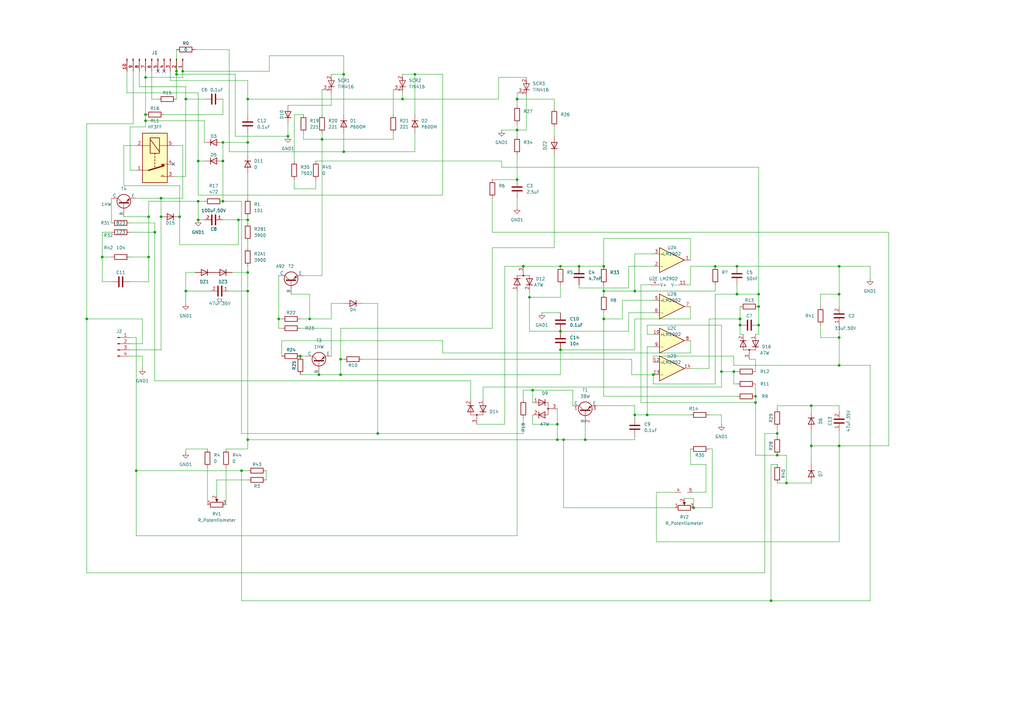
<source format=kicad_sch>
(kicad_sch (version 20230121) (generator eeschema)
  (paper "A3")
  (title_block (title "Плата подачи проволоки") (date "2023") (rev "001") (comment 1 "2023 Rus, Tver, v1.0") (comment 2 "Власиков Ю."))
  (lib_symbols
    (symbol "Amplifier_Operational:LM2902" (pin_names (offset 0.127))
      (property "Reference" "U" (at 0 5.08 0))
      (property "Value" "LM2902" (at 0 -5.08 0))
      (symbol "LM2902_1_1"
        (pin output line (at 7.62 0 180) (length 2.54) (name "~") (number "1"))
        (pin input line (at -7.62 -2.54 0) (length 2.54) (name "-") (number "2"))
        (pin input line (at -7.62 2.54 0) (length 2.54) (name "+") (number "3"))
      )
      (symbol "LM2902_2_1"
        (pin input line (at -7.62 2.54 0) (length 2.54) (name "+") (number "5"))
        (pin input line (at -7.62 -2.54 0) (length 2.54) (name "-") (number "6"))
        (pin output line (at 7.62 0 180) (length 2.54) (name "~") (number "7"))
      )
      (symbol "LM2902_3_1"
        (pin input line (at -7.62 2.54 0) (length 2.54) (name "+") (number "10"))
        (pin output line (at 7.62 0 180) (length 2.54) (name "~") (number "8"))
        (pin input line (at -7.62 -2.54 0) (length 2.54) (name "-") (number "9"))
      )
      (symbol "LM2902_4_1"
        (pin input line (at -7.62 2.54 0) (length 2.54) (name "+") (number "12"))
        (pin input line (at -7.62 -2.54 0) (length 2.54) (name "-") (number "13"))
        (pin output line (at 7.62 0 180) (length 2.54) (name "~") (number "14"))
      )
      (symbol "LM2902_5_1"
        (pin power_in line (at -2.54 -7.62 90) (length 3.81) (name "V-") (number "11"))
        (pin power_in line (at -2.54 7.62 270) (length 3.81) (name "V+") (number "4"))
      )
    )
    (symbol "C_1" (pin_names (offset 0.254))
      (property "Reference" "C" (at 0.635 2.54 0))
      (property "Value" "C" (at 0.635 -2.54 0))
      (symbol "C_1_1_1"
        (pin passive line (at 0 3.81 270) (length 2.794) (name "~") (number "1"))
        (pin passive line (at 0 -3.81 90) (length 2.794) (name "~") (number "2"))
      )
    )
    (symbol "C_2" (pin_names (offset 0.254))
      (property "Reference" "C" (at 0.635 2.54 0))
      (property "Value" "C" (at 0.635 -2.54 0))
      (symbol "C_2_1_1"
        (pin passive line (at 0 3.81 270) (length 2.794) (name "~") (number "1"))
        (pin passive line (at 0 -3.81 90) (length 2.794) (name "~") (number "2"))
      )
    )
    (symbol "C_3" (pin_names (offset 0.254))
      (property "Reference" "C" (at 0.635 2.54 0))
      (property "Value" "C" (at 0.635 -2.54 0))
      (symbol "C_3_1_1"
        (pin passive line (at 0 3.81 270) (length 2.794) (name "~") (number "1"))
        (pin passive line (at 0 -3.81 90) (length 2.794) (name "~") (number "2"))
      )
    )
    (symbol "C_4" (pin_numbers hide) (pin_names (offset 0.254) hide)
      (property "Reference" "C" (at 0.635 2.54 0))
      (property "Value" "C" (at 0.635 -2.54 0))
      (symbol "C_4_1_1"
        (pin passive line (at 0 3.81 270) (length 2.794) (name "~") (number "1"))
        (pin passive line (at 0 -3.81 90) (length 2.794) (name "~") (number "2"))
      )
    )
    (symbol "C_5" (pin_names (offset 0.254))
      (property "Reference" "C" (at 0.635 2.54 0))
      (property "Value" "C" (at 0.635 -2.54 0))
      (symbol "C_5_1_1"
        (pin passive line (at 0 3.81 270) (length 2.794) (name "~") (number "1"))
        (pin passive line (at 0 -3.81 90) (length 2.794) (name "~") (number "2"))
      )
    )
    (symbol "Connector:Conn_01x04_Pin" (pin_names (offset 1.016) hide)
      (property "Reference" "J" (at 0 5.08 0))
      (property "Value" "Conn_01x04_Pin" (at 0 -7.62 0))
      (symbol "Conn_01x04_Pin_1_1"
        (pin passive line (at 5.08 2.54 180) (length 3.81) (name "Pin_1") (number "1"))
        (pin passive line (at 5.08 0 180) (length 3.81) (name "Pin_2") (number "2"))
        (pin passive line (at 5.08 -2.54 180) (length 3.81) (name "Pin_3") (number "3"))
        (pin passive line (at 5.08 -5.08 180) (length 3.81) (name "Pin_4") (number "4"))
      )
    )
    (symbol "Connector:Conn_01x10_Pin" (pin_names (offset 1.016) hide)
      (property "Reference" "J" (at 0 12.7 0))
      (property "Value" "Conn_01x10_Pin" (at 0 -15.24 0))
      (symbol "Conn_01x10_Pin_1_1"
        (pin passive line (at 5.08 10.16 180) (length 3.81) (name "Pin_1") (number "1"))
        (pin passive line (at 5.08 -12.7 180) (length 3.81) (name "Pin_10") (number "10"))
        (pin passive line (at 5.08 7.62 180) (length 3.81) (name "Pin_2") (number "2"))
        (pin passive line (at 5.08 5.08 180) (length 3.81) (name "Pin_3") (number "3"))
        (pin passive line (at 5.08 2.54 180) (length 3.81) (name "Pin_4") (number "4"))
        (pin passive line (at 5.08 0 180) (length 3.81) (name "Pin_5") (number "5"))
        (pin passive line (at 5.08 -2.54 180) (length 3.81) (name "Pin_6") (number "6"))
        (pin passive line (at 5.08 -5.08 180) (length 3.81) (name "Pin_7") (number "7"))
        (pin passive line (at 5.08 -7.62 180) (length 3.81) (name "Pin_8") (number "8"))
        (pin passive line (at 5.08 -10.16 180) (length 3.81) (name "Pin_9") (number "9"))
      )
    )
    (symbol "D_Dual_Series_ACK_Parallel_2" (pin_names (offset 0.762) hide)
      (property "Reference" "D9" (at 0.0635 -6.35 0))
      (symbol "D_Dual_Series_ACK_Parallel_2_0_1"
        (pin passive line (at 5.08 -2.54 180) (length 2.54) (name "K") (number "1"))
      )
      (symbol "D_Dual_Series_ACK_Parallel_2_1_1"
        (pin passive line (at 5.08 2.54 180) (length 2.54) (name "K") (number "2"))
        (pin passive line (at -5.08 0 0) (length 2.54) (name "A") (number "3"))
      )
    )
    (symbol "D_Dual_Series_ACK_Parallel_3" (pin_names (offset 0.762) hide)
      (property "Reference" "D12" (at 0.0635 5.08 90))
      (symbol "D_Dual_Series_ACK_Parallel_3_0_1"
        (pin passive line (at 5.08 -2.54 180) (length 2.54) (name "K") (number "1"))
      )
      (symbol "D_Dual_Series_ACK_Parallel_3_1_1"
        (pin passive line (at 5.08 2.54 180) (length 2.54) (name "K") (number "2"))
        (pin passive line (at -5.08 0 0) (length 2.54) (name "A") (number "3"))
      )
    )
    (symbol "Device:C" (pin_numbers hide) (pin_names (offset 0.254))
      (property "Reference" "C" (at 0.635 2.54 0))
      (property "Value" "C" (at 0.635 -2.54 0))
      (symbol "C_1_1"
        (pin passive line (at 0 3.81 270) (length 2.794) (name "~") (number "1"))
        (pin passive line (at 0 -3.81 90) (length 2.794) (name "~") (number "2"))
      )
    )
    (symbol "Device:D" (pin_numbers hide) (pin_names (offset 1.016) hide)
      (property "Reference" "D" (at 0 2.54 0))
      (property "Value" "D" (at 0 -2.54 0))
      (symbol "D_1_1"
        (pin passive line (at -3.81 0 0) (length 2.54) (name "K") (number "1"))
        (pin passive line (at 3.81 0 180) (length 2.54) (name "A") (number "2"))
      )
    )
    (symbol "Device:D_Dual_Series_ACK_Parallel" (pin_names (offset 0.762) hide)
      (property "Reference" "D16" (at 0.0635 -5.08 90))
      (symbol "D_Dual_Series_ACK_Parallel_0_1"
        (pin passive line (at 5.08 -2.54 180) (length 2.54) (name "K") (number "1"))
      )
      (symbol "D_Dual_Series_ACK_Parallel_1_1"
        (pin passive line (at 5.08 2.54 180) (length 2.54) (name "K") (number "2"))
        (pin passive line (at -5.08 0 0) (length 2.54) (name "A") (number "3"))
      )
    )
    (symbol "Device:R" (pin_numbers hide) (pin_names (offset 0))
      (property "Reference" "R" (at 2.032 0 90))
      (property "Value" "R" (at 0 0 90))
      (symbol "R_1_1"
        (pin passive line (at 0 3.81 270) (length 1.27) (name "~") (number "1"))
        (pin passive line (at 0 -3.81 90) (length 1.27) (name "~") (number "2"))
      )
    )
    (symbol "Device:R_Potentiometer" (pin_names (offset 1.016) hide)
      (property "Reference" "RV" (at -4.445 0 90))
      (property "Value" "R_Potentiometer" (at -2.54 0 90))
      (symbol "R_Potentiometer_1_1"
        (pin passive line (at 0 3.81 270) (length 1.27) (name "1") (number "1"))
        (pin passive line (at 3.81 0 180) (length 1.27) (name "2") (number "2"))
        (pin passive line (at 0 -3.81 90) (length 1.27) (name "3") (number "3"))
      )
    )
    (symbol "Diode:1N5406" (pin_numbers hide) (pin_names hide)
      (property "Reference" "D" (at 0 2.54 0))
      (property "Value" "1N5406" (at 0 -2.54 0))
      (symbol "1N5406_1_1"
        (pin passive line (at -3.81 0 0) (length 2.54) (name "K") (number "1"))
        (pin passive line (at 3.81 0 180) (length 2.54) (name "A") (number "2"))
      )
    )
    (symbol "PNP_1" (pin_names (offset 0))
      (property "Reference" "Q" (at -2.54 7.62 0))
      (property "Value" "PNP" (at -2.54 5.08 0))
      (symbol "PNP_1_1_1"
        (pin open_collector line (at 2.54 5.08 270) (length 2.54) (name "C") (number "1"))
        (pin input line (at -5.08 0 0) (length 2.54) (name "B") (number "2"))
        (pin open_emitter line (at 2.54 -5.08 90) (length 2.54) (name "E") (number "3"))
      )
    )
    (symbol "R_Potentiometer_1" (pin_names (offset 1.016) hide)
      (property "Reference" "RV2" (at -3.81 0 90))
      (property "Value" "R_Potentiometer" (at -6.35 0 90))
      (symbol "R_Potentiometer_1_1_1"
        (pin passive line (at 0 3.81 270) (length 1.27) (name "1") (number "1"))
        (pin passive line (at 3.81 0 180) (length 1.27) (name "2") (number "2"))
        (pin passive line (at 0 -3.81 90) (length 1.27) (name "3") (number "3"))
        (pin passive line (at 6.35 3.81 270) (length 2.54) (name "4") (number "4"))
        (pin passive line (at 6.35 -3.81 90) (length 2.54) (name "5") (number "5"))
      )
    )
    (symbol "Relay:G5LE-1"
      (property "Reference" "K" (at 11.43 3.81 0))
      (property "Value" "G5LE-1" (at 11.43 1.27 0))
      (symbol "G5LE-1_1_1"
        (pin passive line (at 5.08 -7.62 90) (length 2.54) (name "~") (number "1"))
        (pin passive line (at -5.08 -7.62 90) (length 2.54) (name "~") (number "2"))
        (pin passive line (at 7.62 7.62 270) (length 2.54) (name "~") (number "3"))
        (pin passive line (at 2.54 7.62 270) (length 2.54) (name "~") (number "4"))
        (pin passive line (at -5.08 7.62 270) (length 2.54) (name "~") (number "5"))
      )
    )
    (symbol "Simulation_SPICE:PNP" (pin_numbers hide) (pin_names (offset 0))
      (property "Reference" "Q" (at -2.54 7.62 0))
      (property "Value" "PNP" (at -2.54 5.08 0))
      (symbol "PNP_1_1"
        (pin open_collector line (at 2.54 5.08 270) (length 2.54) (name "C") (number "1"))
        (pin input line (at -5.08 0 0) (length 2.54) (name "B") (number "2"))
        (pin open_emitter line (at 2.54 -5.08 90) (length 2.54) (name "E") (number "3"))
      )
    )
    (symbol "Triac_Thyristor:TIC106" (pin_names (offset 0) hide)
      (property "Reference" "Q" (at 2.54 1.905 0))
      (property "Value" "TIC106" (at 2.54 0 0))
      (symbol "TIC106_1_1"
        (pin passive line (at 0 -3.81 90) (length 2.54) (name "K") (number "1"))
        (pin passive line (at 0 3.81 270) (length 2.54) (name "A") (number "2"))
        (pin input line (at -3.81 -2.54 0) (length 2.54) (name "G") (number "3"))
      )
    )
    (symbol "power:GND1" (power) (pin_names (offset 0))
      (property "Value" "GND1" (at 0 -3.81 0))
      (symbol "GND1_1_1"
        (pin power_in line (at 0 0 270) (length 0) hide (name "GND1") (number "1"))
      )
    )
  )
  (junction (at 101.6 180.34))
  (junction (at 212.09 73.66))
  (junction (at 332.74 166.37))
  (junction (at 311.15 133.35))
  (junction (at 99.06 193.04))
  (junction (at 344.17 138.43))
  (junction (at 212.09 40.64))
  (junction (at 101.6 40.64))
  (junction (at 344.17 182.88))
  (junction (at 114.3 130.81))
  (junction (at 228.6 180.34))
  (junction (at 240.03 180.34))
  (junction (at 91.44 66.04))
  (junction (at 118.11 55.88))
  (junction (at 311.15 120.65))
  (junction (at 101.6 90.17))
  (junction (at 76.2 40.64))
  (junction (at 247.65 109.22))
  (junction (at 66.04 81.28))
  (junction (at 91.44 58.42))
  (junction (at 81.28 90.17))
  (junction (at 212.09 53.34))
  (junction (at 318.77 186.69))
  (junction (at 35.56 130.81))
  (junction (at 73.66 88.9))
  (junction (at 260.35 119.38))
  (junction (at 97.79 90.17))
  (junction (at 76.2 119.38))
  (junction (at 127 130.81))
  (junction (at 91.44 82.55))
  (junction (at 139.7 153.67))
  (junction (at 295.91 152.4))
  (junction (at 231.14 180.34))
  (junction (at 237.49 109.22))
  (junction (at 59.69 49.53))
  (junction (at 60.96 105.41))
  (junction (at 66.04 88.9))
  (junction (at 332.74 182.88))
  (junction (at 81.28 66.04))
  (junction (at 60.96 88.9))
  (junction (at 72.39 30.48))
  (junction (at 217.17 121.92))
  (junction (at 132.08 57.15))
  (junction (at 344.17 149.86))
  (junction (at 311.15 125.73))
  (junction (at 101.6 111.76))
  (junction (at 72.39 29.21))
  (junction (at 139.7 147.32))
  (junction (at 260.35 170.18))
  (junction (at 247.65 119.38))
  (junction (at 63.5 95.25))
  (junction (at 318.77 177.8))
  (junction (at 81.28 82.55))
  (junction (at 140.97 30.48))
  (junction (at 41.91 105.41))
  (junction (at 309.88 165.1))
  (junction (at 101.6 58.42))
  (junction (at 293.37 109.22))
  (junction (at 309.88 162.56))
  (junction (at 316.23 246.38))
  (junction (at 229.87 109.22))
  (junction (at 101.6 119.38))
  (junction (at 130.81 153.67))
  (junction (at 344.17 109.22))
  (junction (at 300.99 152.4))
  (junction (at 265.43 170.18))
  (junction (at 154.94 177.8))
  (junction (at 59.69 46.99))
  (junction (at 123.19 146.05))
  (junction (at 267.97 153.67))
  (junction (at 302.26 120.65))
  (junction (at 74.93 29.21))
  (junction (at 229.87 143.51))
  (junction (at 344.17 120.65))
  (junction (at 218.44 160.02))
  (junction (at 303.53 133.35))
  (junction (at 229.87 135.89))
  (junction (at 284.48 208.28))
  (junction (at 55.88 193.04))
  (junction (at 228.6 173.99))
  (junction (at 302.26 109.22))
  (junction (at 214.63 109.22))
  (junction (at 165.1 40.64))
  (junction (at 170.18 30.48))
  (junction (at 303.53 130.81))
  (junction (at 140.97 62.23))
  (junction (at 247.65 130.81))
  (junction (at 322.58 198.12))
  (junction (at 59.69 31.75))
  (no_connect (at 71.12 67.31))
  (no_connect (at 64.77 29.21))
  (no_connect (at 67.31 29.21))
  (wire (pts (xy 85.09 191.77) (xy 85.09 207.01)))
  (wire (pts (xy 300.99 146.05) (xy 300.99 149.86)))
  (wire (pts (xy 140.97 46.99) (xy 140.97 30.48)))
  (wire (pts (xy 212.09 219.71) (xy 55.88 219.71)))
  (wire (pts (xy 52.07 29.21) (xy 52.07 38.1)))
  (wire (pts (xy 57.15 29.21) (xy 57.15 35.56)))
  (wire (pts (xy 247.65 97.79) (xy 247.65 109.22)))
  (wire (pts (xy 295.91 133.35) (xy 265.43 133.35)))
  (wire (pts (xy 45.72 81.28) (xy 45.72 91.44)))
  (wire (pts (xy 311.15 120.65) (xy 311.15 68.58)))
  (wire (pts (xy 255.27 130.81) (xy 255.27 123.19)))
  (wire (pts (xy 344.17 138.43) (xy 344.17 149.86)))
  (wire (pts (xy 205.74 66.04) (xy 129.54 66.04)))
  (wire (pts (xy 81.28 82.55) (xy 81.28 90.17)))
  (wire (pts (xy 91.44 90.17) (xy 97.79 90.17)))
  (wire (pts (xy 204.47 31.75) (xy 215.9 31.75)))
  (wire (pts (xy 290.83 130.81) (xy 303.53 130.81)))
  (wire (pts (xy 139.7 153.67) (xy 229.87 153.67)))
  (wire (pts (xy 240.03 180.34) (xy 260.35 180.34)))
  (wire (pts (xy 63.5 91.44) (xy 53.34 91.44)))
  (wire (pts (xy 303.53 137.16) (xy 303.53 133.35)))
  (wire (pts (xy 135.89 146.05) (xy 135.89 134.62)))
  (wire (pts (xy 318.77 166.37) (xy 332.74 166.37)))
  (wire (pts (xy 247.65 130.81) (xy 247.65 128.27)))
  (wire (pts (xy 88.9 196.85) (xy 88.9 203.2)))
  (wire (pts (xy 198.12 158.75) (xy 295.91 158.75)))
  (wire (pts (xy 214.63 160.02) (xy 218.44 160.02)))
  (wire (pts (xy 76.2 72.39) (xy 71.12 72.39)))
  (wire (pts (xy 99.06 246.38) (xy 316.23 246.38)))
  (wire (pts (xy 76.2 111.76) (xy 80.01 111.76)))
  (wire (pts (xy 101.6 71.12) (xy 101.6 81.28)))
  (wire (pts (xy 201.93 81.28) (xy 201.93 95.25)))
  (wire (pts (xy 212.09 63.5) (xy 212.09 73.66)))
  (wire (pts (xy 120.65 66.04) (xy 120.65 46.99)))
  (wire (pts (xy 53.34 105.41) (xy 60.96 105.41)))
  (wire (pts (xy 60.96 82.55) (xy 60.96 88.9)))
  (wire (pts (xy 247.65 119.38) (xy 260.35 119.38)))
  (wire (pts (xy 302.26 157.48) (xy 300.99 157.48)))
  (wire (pts (xy 59.69 49.53) (xy 59.69 46.99)))
  (wire (pts (xy 267.97 146.05) (xy 300.99 146.05)))
  (wire (pts (xy 332.74 166.37) (xy 344.17 166.37)))
  (wire (pts (xy 165.1 40.64) (xy 204.47 40.64)))
  (wire (pts (xy 283.21 130.81) (xy 283.21 125.73)))
  (wire (pts (xy 212.09 81.28) (xy 212.09 85.09)))
  (wire (pts (xy 247.65 162.56) (xy 247.65 130.81)))
  (wire (pts (xy 57.15 35.56) (xy 76.2 35.56)))
  (wire (pts (xy 356.87 246.38) (xy 356.87 149.86)))
  (wire (pts (xy 72.39 30.48) (xy 72.39 40.64)))
  (wire (pts (xy 101.6 111.76) (xy 101.6 109.22)))
  (wire (pts (xy 93.98 62.23) (xy 93.98 20.32)))
  (wire (pts (xy 72.39 30.48) (xy 96.52 30.48)))
  (wire (pts (xy 201.93 95.25) (xy 364.49 95.25)))
  (wire (pts (xy 101.6 40.64) (xy 101.6 46.99)))
  (wire (pts (xy 215.9 53.34) (xy 212.09 53.34)))
  (wire (pts (xy 293.37 157.48) (xy 267.97 157.48)))
  (wire (pts (xy 181.61 139.7) (xy 181.61 144.78)))
  (wire (pts (xy 66.04 81.28) (xy 66.04 88.9)))
  (wire (pts (xy 135.89 134.62) (xy 123.19 134.62)))
  (wire (pts (xy 74.93 31.75) (xy 74.93 29.21)))
  (wire (pts (xy 118.11 50.8) (xy 118.11 55.88)))
  (wire (pts (xy 318.77 190.5) (xy 316.23 190.5)))
  (wire (pts (xy 234.95 160.02) (xy 234.95 166.37)))
  (wire (pts (xy 265.43 142.24) (xy 265.43 170.18)))
  (wire (pts (xy 53.34 52.07) (xy 59.69 52.07)))
  (wire (pts (xy 240.03 173.99) (xy 240.03 180.34)))
  (wire (pts (xy 55.88 138.43) (xy 55.88 193.04)))
  (wire (pts (xy 120.65 77.47) (xy 129.54 77.47)))
  (wire (pts (xy 170.18 62.23) (xy 170.18 54.61)))
  (wire (pts (xy 123.19 130.81) (xy 127 130.81)))
  (wire (pts (xy 74.93 59.69) (xy 74.93 81.28)))
  (wire (pts (xy 313.69 177.8) (xy 318.77 177.8)))
  (wire (pts (xy 76.2 35.56) (xy 76.2 40.64)))
  (wire (pts (xy 101.6 180.34) (xy 228.6 180.34)))
  (wire (pts (xy 318.77 166.37) (xy 318.77 167.64)))
  (wire (pts (xy 181.61 80.01) (xy 81.28 80.01)))
  (wire (pts (xy 303.53 125.73) (xy 303.53 130.81)))
  (wire (pts (xy 124.46 57.15) (xy 132.08 57.15)))
  (wire (pts (xy 132.08 57.15) (xy 132.08 113.03)))
  (wire (pts (xy 336.55 125.73) (xy 336.55 120.65)))
  (wire (pts (xy 93.98 20.32) (xy 80.01 20.32)))
  (wire (pts (xy 255.27 123.19) (xy 267.97 123.19)))
  (wire (pts (xy 322.58 198.12) (xy 332.74 198.12)))
  (wire (pts (xy 265.43 133.35) (xy 265.43 137.16)))
  (wire (pts (xy 283.21 109.22) (xy 293.37 109.22)))
  (wire (pts (xy 201.93 73.66) (xy 212.09 73.66)))
  (wire (pts (xy 364.49 95.25) (xy 364.49 182.88)))
  (wire (pts (xy 60.96 82.55) (xy 81.28 82.55)))
  (wire (pts (xy 293.37 119.38) (xy 293.37 116.84)))
  (wire (pts (xy 50.8 88.9) (xy 60.96 88.9)))
  (wire (pts (xy 309.88 147.32) (xy 309.88 152.4)))
  (wire (pts (xy 91.44 58.42) (xy 91.44 66.04)))
  (wire (pts (xy 215.9 39.37) (xy 215.9 53.34)))
  (wire (pts (xy 214.63 109.22) (xy 229.87 109.22)))
  (wire (pts (xy 265.43 170.18) (xy 283.21 170.18)))
  (wire (pts (xy 101.6 193.04) (xy 99.06 193.04)))
  (wire (pts (xy 83.82 49.53) (xy 59.69 49.53)))
  (wire (pts (xy 127 120.65) (xy 127 130.81)))
  (wire (pts (xy 229.87 116.84) (xy 229.87 121.92)))
  (wire (pts (xy 205.74 53.34) (xy 212.09 53.34)))
  (wire (pts (xy 217.17 121.92) (xy 217.17 135.89)))
  (wire (pts (xy 218.44 160.02) (xy 218.44 165.1)))
  (wire (pts (xy 229.87 153.67) (xy 229.87 143.51)))
  (wire (pts (xy 212.09 53.34) (xy 212.09 55.88)))
  (wire (pts (xy 58.42 140.97) (xy 53.34 140.97)))
  (wire (pts (xy 205.74 68.58) (xy 311.15 68.58)))
  (wire (pts (xy 284.48 201.93) (xy 289.56 201.93)))
  (wire (pts (xy 262.89 165.1) (xy 309.88 165.1)))
  (wire (pts (xy 95.25 111.76) (xy 101.6 111.76)))
  (wire (pts (xy 344.17 166.37) (xy 344.17 168.91)))
  (wire (pts (xy 41.91 105.41) (xy 45.72 105.41)))
  (wire (pts (xy 260.35 104.14) (xy 267.97 104.14)))
  (wire (pts (xy 318.77 175.26) (xy 318.77 177.8)))
  (wire (pts (xy 76.2 184.15) (xy 85.09 184.15)))
  (wire (pts (xy 41.91 95.25) (xy 41.91 105.41)))
  (wire (pts (xy 55.88 193.04) (xy 99.06 193.04)))
  (wire (pts (xy 35.56 234.95) (xy 313.69 234.95)))
  (wire (pts (xy 300.99 152.4) (xy 302.26 152.4)))
  (wire (pts (xy 73.66 76.2) (xy 73.66 88.9)))
  (wire (pts (xy 99.06 193.04) (xy 99.06 246.38)))
  (wire (pts (xy 69.85 33.02) (xy 101.6 33.02)))
  (wire (pts (xy 83.82 40.64) (xy 76.2 40.64)))
  (wire (pts (xy 53.34 69.85) (xy 53.34 52.07)))
  (wire (pts (xy 237.49 118.11) (xy 257.81 118.11)))
  (wire (pts (xy 344.17 109.22) (xy 356.87 109.22)))
  (wire (pts (xy 295.91 133.35) (xy 295.91 152.4)))
  (wire (pts (xy 267.97 148.59) (xy 267.97 146.05)))
  (wire (pts (xy 218.44 170.18) (xy 218.44 173.99)))
  (wire (pts (xy 300.99 157.48) (xy 300.99 152.4)))
  (wire (pts (xy 91.44 46.99) (xy 91.44 40.64)))
  (wire (pts (xy 307.34 147.32) (xy 309.88 147.32)))
  (wire (pts (xy 332.74 182.88) (xy 332.74 190.5)))
  (wire (pts (xy 309.88 137.16) (xy 311.15 137.16)))
  (wire (pts (xy 127 130.81) (xy 135.89 130.81)))
  (wire (pts (xy 344.17 120.65) (xy 344.17 125.73)))
  (wire (pts (xy 231.14 208.28) (xy 276.86 208.28)))
  (wire (pts (xy 280.67 204.47) (xy 284.48 204.47)))
  (wire (pts (xy 120.65 46.99) (xy 124.46 46.99)))
  (wire (pts (xy 81.28 66.04) (xy 83.82 66.04)))
  (wire (pts (xy 336.55 133.35) (xy 336.55 138.43)))
  (wire (pts (xy 318.77 186.69) (xy 322.58 186.69)))
  (wire (pts (xy 257.81 128.27) (xy 267.97 128.27)))
  (wire (pts (xy 247.65 119.38) (xy 247.65 116.84)))
  (wire (pts (xy 257.81 118.11) (xy 257.81 109.22)))
  (wire (pts (xy 311.15 125.73) (xy 311.15 120.65)))
  (wire (pts (xy 332.74 182.88) (xy 344.17 182.88)))
  (wire (pts (xy 129.54 73.66) (xy 129.54 77.47)))
  (wire (pts (xy 154.94 124.46) (xy 148.59 124.46)))
  (wire (pts (xy 344.17 182.88) (xy 344.17 222.25)))
  (wire (pts (xy 139.7 134.62) (xy 139.7 147.32)))
  (wire (pts (xy 53.34 143.51) (xy 66.04 143.51)))
  (wire (pts (xy 229.87 135.89) (xy 257.81 135.89)))
  (wire (pts (xy 267.97 153.67) (xy 267.97 157.48)))
  (wire (pts (xy 356.87 109.22) (xy 356.87 114.3)))
  (wire (pts (xy 237.49 116.84) (xy 237.49 118.11)))
  (wire (pts (xy 364.49 182.88) (xy 344.17 182.88)))
  (wire (pts (xy 231.14 180.34) (xy 231.14 208.28)))
  (wire (pts (xy 135.89 124.46) (xy 140.97 124.46)))
  (wire (pts (xy 59.69 29.21) (xy 59.69 31.75)))
  (wire (pts (xy 227.33 101.6) (xy 227.33 63.5)))
  (wire (pts (xy 304.8 137.16) (xy 303.53 137.16)))
  (wire (pts (xy 290.83 130.81) (xy 290.83 151.13)))
  (wire (pts (xy 110.49 29.21) (xy 74.93 29.21)))
  (wire (pts (xy 181.61 30.48) (xy 181.61 80.01)))
  (wire (pts (xy 259.08 153.67) (xy 267.97 153.67)))
  (wire (pts (xy 170.18 30.48) (xy 165.1 30.48)))
  (wire (pts (xy 161.29 57.15) (xy 161.29 54.61)))
  (wire (pts (xy 124.46 57.15) (xy 124.46 54.61)))
  (wire (pts (xy 72.39 29.21) (xy 72.39 30.48)))
  (wire (pts (xy 201.93 134.62) (xy 201.93 101.6)))
  (wire (pts (xy 81.28 66.04) (xy 81.28 38.1)))
  (wire (pts (xy 118.11 55.88) (xy 96.52 55.88)))
  (wire (pts (xy 313.69 234.95) (xy 313.69 177.8)))
  (wire (pts (xy 91.44 58.42) (xy 101.6 58.42)))
  (wire (pts (xy 292.1 184.15) (xy 290.83 184.15)))
  (wire (pts (xy 201.93 101.6) (xy 227.33 101.6)))
  (wire (pts (xy 212.09 50.8) (xy 212.09 53.34)))
  (wire (pts (xy 229.87 143.51) (xy 260.35 143.51)))
  (wire (pts (xy 132.08 113.03) (xy 124.46 113.03)))
  (wire (pts (xy 66.04 81.28) (xy 74.93 81.28)))
  (wire (pts (xy 283.21 184.15) (xy 283.21 190.5)))
  (wire (pts (xy 72.39 20.32) (xy 72.39 29.21)))
  (wire (pts (xy 101.6 119.38) (xy 101.6 180.34)))
  (wire (pts (xy 115.57 146.05) (xy 115.57 139.7)))
  (wire (pts (xy 96.52 55.88) (xy 96.52 30.48)))
  (wire (pts (xy 318.77 177.8) (xy 318.77 179.07)))
  (wire (pts (xy 212.09 38.1) (xy 212.09 40.64)))
  (wire (pts (xy 257.81 109.22) (xy 267.97 109.22)))
  (wire (pts (xy 161.29 36.83) (xy 161.29 46.99)))
  (wire (pts (xy 53.34 138.43) (xy 55.88 138.43)))
  (wire (pts (xy 101.6 88.9) (xy 101.6 90.17)))
  (wire (pts (xy 218.44 173.99) (xy 228.6 173.99)))
  (wire (pts (xy 74.93 59.69) (xy 71.12 59.69)))
  (wire (pts (xy 97.79 90.17) (xy 101.6 90.17)))
  (wire (pts (xy 81.28 80.01) (xy 81.28 66.04)))
  (wire (pts (xy 356.87 149.86) (xy 344.17 149.86)))
  (wire (pts (xy 217.17 119.38) (xy 217.17 121.92)))
  (wire (pts (xy 66.04 143.51) (xy 66.04 88.9)))
  (wire (pts (xy 292.1 184.15) (xy 292.1 208.28)))
  (wire (pts (xy 140.97 22.86) (xy 110.49 22.86)))
  (wire (pts (xy 73.66 100.33) (xy 97.79 100.33)))
  (wire (pts (xy 195.58 173.99) (xy 207.01 173.99)))
  (wire (pts (xy 311.15 125.73) (xy 311.15 133.35)))
  (wire (pts (xy 50.8 76.2) (xy 50.8 59.69)))
  (wire (pts (xy 260.35 170.18) (xy 265.43 170.18)))
  (wire (pts (xy 259.08 147.32) (xy 259.08 153.67)))
  (wire (pts (xy 227.33 52.07) (xy 227.33 55.88)))
  (wire (pts (xy 212.09 40.64) (xy 212.09 43.18)))
  (wire (pts (xy 81.28 90.17) (xy 83.82 90.17)))
  (wire (pts (xy 148.59 147.32) (xy 259.08 147.32)))
  (wire (pts (xy 231.14 180.34) (xy 240.03 180.34)))
  (wire (pts (xy 181.61 30.48) (xy 170.18 30.48)))
  (wire (pts (xy 76.2 185.42) (xy 76.2 184.15)))
  (wire (pts (xy 309.88 157.48) (xy 309.88 162.56)))
  (wire (pts (xy 228.6 167.64) (xy 228.6 173.99)))
  (wire (pts (xy 193.04 156.21) (xy 193.04 163.83)))
  (wire (pts (xy 229.87 109.22) (xy 237.49 109.22)))
  (wire (pts (xy 181.61 144.78) (xy 283.21 144.78)))
  (wire (pts (xy 218.44 160.02) (xy 234.95 160.02)))
  (wire (pts (xy 262.89 116.84) (xy 262.89 165.1)))
  (wire (pts (xy 59.69 31.75) (xy 59.69 46.99)))
  (wire (pts (xy 110.49 22.86) (xy 110.49 29.21)))
  (wire (pts (xy 55.88 69.85) (xy 53.34 69.85)))
  (wire (pts (xy 257.81 135.89) (xy 257.81 128.27)))
  (wire (pts (xy 283.21 144.78) (xy 283.21 139.7)))
  (wire (pts (xy 311.15 120.65) (xy 302.26 120.65)))
  (wire (pts (xy 247.65 162.56) (xy 302.26 162.56)))
  (wire (pts (xy 53.34 146.05) (xy 58.42 146.05)))
  (wire (pts (xy 64.77 40.64) (xy 62.23 40.64)))
  (wire (pts (xy 316.23 246.38) (xy 356.87 246.38)))
  (wire (pts (xy 247.65 119.38) (xy 247.65 120.65)))
  (wire (pts (xy 165.1 38.1) (xy 165.1 40.64)))
  (wire (pts (xy 318.77 198.12) (xy 322.58 198.12)))
  (wire (pts (xy 154.94 124.46) (xy 154.94 177.8)))
  (wire (pts (xy 332.74 166.37) (xy 332.74 168.91)))
  (wire (pts (xy 228.6 180.34) (xy 231.14 180.34)))
  (wire (pts (xy 295.91 158.75) (xy 295.91 152.4)))
  (wire (pts (xy 59.69 52.07) (xy 59.69 49.53)))
  (wire (pts (xy 283.21 190.5) (xy 289.56 190.5)))
  (wire (pts (xy 295.91 152.4) (xy 300.99 152.4)))
  (wire (pts (xy 83.82 58.42) (xy 83.82 49.53)))
  (wire (pts (xy 99.06 82.55) (xy 99.06 177.8)))
  (wire (pts (xy 217.17 121.92) (xy 229.87 121.92)))
  (wire (pts (xy 130.81 153.67) (xy 139.7 153.67)))
  (wire (pts (xy 54.61 29.21) (xy 54.61 50.8)))
  (wire (pts (xy 302.26 116.84) (xy 302.26 120.65)))
  (wire (pts (xy 59.69 31.75) (xy 74.93 31.75)))
  (wire (pts (xy 260.35 166.37) (xy 260.35 170.18)))
  (wire (pts (xy 92.71 184.15) (xy 101.6 184.15)))
  (wire (pts (xy 293.37 109.22) (xy 302.26 109.22)))
  (wire (pts (xy 45.72 95.25) (xy 41.91 95.25)))
  (wire (pts (xy 76.2 111.76) (xy 76.2 119.38)))
  (wire (pts (xy 198.12 163.83) (xy 198.12 158.75)))
  (wire (pts (xy 123.19 146.05) (xy 125.73 146.05)))
  (wire (pts (xy 311.15 137.16) (xy 311.15 133.35)))
  (wire (pts (xy 170.18 46.99) (xy 170.18 30.48)))
  (wire (pts (xy 303.53 133.35) (xy 303.53 130.81)))
  (wire (pts (xy 135.89 38.1) (xy 135.89 43.18)))
  (wire (pts (xy 237.49 109.22) (xy 247.65 109.22)))
  (wire (pts (xy 101.6 33.02) (xy 101.6 40.64)))
  (wire (pts (xy 265.43 137.16) (xy 267.97 137.16)))
  (wire (pts (xy 212.09 119.38) (xy 212.09 219.71)))
  (wire (pts (xy 76.2 40.64) (xy 76.2 72.39)))
  (wire (pts (xy 93.98 119.38) (xy 101.6 119.38)))
  (wire (pts (xy 344.17 222.25) (xy 269.24 222.25)))
  (wire (pts (xy 309.88 186.69) (xy 318.77 186.69)))
  (wire (pts (xy 91.44 66.04) (xy 91.44 82.55)))
  (wire (pts (xy 101.6 111.76) (xy 101.6 119.38)))
  (wire (pts (xy 35.56 130.81) (xy 35.56 234.95)))
  (wire (pts (xy 114.3 113.03) (xy 114.3 130.81)))
  (wire (pts (xy 322.58 186.69) (xy 322.58 198.12)))
  (wire (pts (xy 140.97 30.48) (xy 140.97 22.86)))
  (wire (pts (xy 283.21 97.79) (xy 247.65 97.79)))
  (wire (pts (xy 283.21 151.13) (xy 290.83 151.13)))
  (wire (pts (xy 332.74 182.88) (xy 332.74 176.53)))
  (wire (pts (xy 58.42 130.81) (xy 58.42 140.97)))
  (wire (pts (xy 118.11 43.18) (xy 135.89 43.18)))
  (wire (pts (xy 139.7 153.67) (xy 139.7 147.32)))
  (wire (pts (xy 290.83 170.18) (xy 295.91 170.18)))
  (wire (pts (xy 97.79 100.33) (xy 97.79 90.17)))
  (wire (pts (xy 120.65 73.66) (xy 120.65 77.47)))
  (wire (pts (xy 58.42 146.05) (xy 58.42 151.13)))
  (wire (pts (xy 76.2 119.38) (xy 86.36 119.38)))
  (wire (pts (xy 336.55 120.65) (xy 344.17 120.65)))
  (wire (pts (xy 63.5 156.21) (xy 193.04 156.21)))
  (wire (pts (xy 45.72 115.57) (xy 41.91 115.57)))
  (wire (pts (xy 154.94 177.8) (xy 214.63 177.8)))
  (wire (pts (xy 101.6 196.85) (xy 88.9 196.85)))
  (wire (pts (xy 267.97 142.24) (xy 265.43 142.24)))
  (wire (pts (xy 115.57 139.7) (xy 181.61 139.7)))
  (wire (pts (xy 140.97 62.23) (xy 170.18 62.23)))
  (wire (pts (xy 54.61 50.8) (xy 35.56 50.8)))
  (wire (pts (xy 302.26 109.22) (xy 344.17 109.22)))
  (wire (pts (xy 344.17 133.35) (xy 344.17 138.43)))
  (wire (pts (xy 73.66 88.9) (xy 73.66 100.33)))
  (wire (pts (xy 266.7 116.84) (xy 262.89 116.84)))
  (wire (pts (xy 62.23 40.64) (xy 62.23 29.21)))
  (wire (pts (xy 76.2 119.38) (xy 76.2 124.46)))
  (wire (pts (xy 140.97 147.32) (xy 139.7 147.32)))
  (wire (pts (xy 67.31 46.99) (xy 91.44 46.99)))
  (wire (pts (xy 60.96 105.41) (xy 60.96 115.57)))
  (wire (pts (xy 316.23 190.5) (xy 316.23 246.38)))
  (wire (pts (xy 69.85 33.02) (xy 69.85 29.21)))
  (wire (pts (xy 260.35 119.38) (xy 260.35 104.14)))
  (wire (pts (xy 35.56 130.81) (xy 58.42 130.81)))
  (wire (pts (xy 207.01 109.22) (xy 207.01 173.99)))
  (wire (pts (xy 135.89 130.81) (xy 135.89 124.46)))
  (wire (pts (xy 132.08 57.15) (xy 132.08 54.61)))
  (wire (pts (xy 309.88 162.56) (xy 309.88 165.1)))
  (wire (pts (xy 135.89 30.48) (xy 140.97 30.48)))
  (wire (pts (xy 295.91 170.18) (xy 295.91 173.99)))
  (wire (pts (xy 283.21 116.84) (xy 283.21 109.22)))
  (wire (pts (xy 53.34 95.25) (xy 63.5 95.25)))
  (wire (pts (xy 260.35 119.38) (xy 293.37 119.38)))
  (wire (pts (xy 284.48 208.28) (xy 292.1 208.28)))
  (wire (pts (xy 140.97 62.23) (xy 93.98 62.23)))
  (wire (pts (xy 217.17 135.89) (xy 229.87 135.89)))
  (wire (pts (xy 260.35 171.45) (xy 260.35 170.18)))
  (wire (pts (xy 109.22 193.04) (xy 109.22 196.85)))
  (wire (pts (xy 247.65 130.81) (xy 255.27 130.81)))
  (wire (pts (xy 114.3 130.81) (xy 114.3 134.62)))
  (wire (pts (xy 204.47 40.64) (xy 204.47 31.75)))
  (wire (pts (xy 81.28 82.55) (xy 83.82 82.55)))
  (wire (pts (xy 283.21 106.68) (xy 283.21 97.79)))
  (wire (pts (xy 139.7 134.62) (xy 201.93 134.62)))
  (wire (pts (xy 114.3 134.62) (xy 115.57 134.62)))
  (wire (pts (xy 55.88 193.04) (xy 55.88 219.71)))
  (wire (pts (xy 260.35 179.07) (xy 260.35 180.34)))
  (wire (pts (xy 81.28 38.1) (xy 52.07 38.1)))
  (wire (pts (xy 227.33 40.64) (xy 227.33 44.45)))
  (wire (pts (xy 73.66 76.2) (xy 50.8 76.2)))
  (wire (pts (xy 205.74 66.04) (xy 205.74 68.58)))
  (wire (pts (xy 114.3 130.81) (xy 115.57 130.81)))
  (wire (pts (xy 101.6 99.06) (xy 101.6 101.6)))
  (wire (pts (xy 132.08 36.83) (xy 132.08 46.99)))
  (wire (pts (xy 35.56 50.8) (xy 35.56 130.81)))
  (wire (pts (xy 41.91 115.57) (xy 41.91 105.41)))
  (wire (pts (xy 336.55 138.43) (xy 344.17 138.43)))
  (wire (pts (xy 140.97 54.61) (xy 140.97 62.23)))
  (wire (pts (xy 60.96 88.9) (xy 60.96 105.41)))
  (wire (pts (xy 101.6 90.17) (xy 101.6 91.44)))
  (wire (pts (xy 50.8 59.69) (xy 55.88 59.69)))
  (wire (pts (xy 63.5 91.44) (xy 63.5 95.25)))
  (wire (pts (xy 214.63 160.02) (xy 214.63 163.83)))
  (wire (pts (xy 289.56 190.5) (xy 289.56 201.93)))
  (wire (pts (xy 101.6 58.42) (xy 101.6 63.5)))
  (wire (pts (xy 92.71 191.77) (xy 92.71 207.01)))
  (wire (pts (xy 53.34 115.57) (xy 60.96 115.57)))
  (wire (pts (xy 284.48 204.47) (xy 284.48 208.28)))
  (wire (pts (xy 101.6 54.61) (xy 101.6 58.42)))
  (wire (pts (xy 99.06 82.55) (xy 91.44 82.55)))
  (wire (pts (xy 344.17 182.88) (xy 344.17 176.53)))
  (wire (pts (xy 260.35 143.51) (xy 260.35 130.81)))
  (wire (pts (xy 293.37 120.65) (xy 293.37 157.48)))
  (wire (pts (xy 214.63 109.22) (xy 207.01 109.22)))
  (wire (pts (xy 228.6 173.99) (xy 228.6 180.34)))
  (wire (pts (xy 269.24 201.93) (xy 276.86 201.93)))
  (wire (pts (xy 101.6 40.64) (xy 165.1 40.64)))
  (wire (pts (xy 55.88 81.28) (xy 66.04 81.28)))
  (wire (pts (xy 63.5 95.25) (xy 63.5 156.21)))
  (wire (pts (xy 214.63 171.45) (xy 214.63 177.8)))
  (wire (pts (xy 212.09 40.64) (xy 227.33 40.64)))
  (wire (pts (xy 281.94 116.84) (xy 283.21 116.84)))
  (wire (pts (xy 260.35 130.81) (xy 283.21 130.81)))
  (wire (pts (xy 300.99 149.86) (xy 344.17 149.86)))
  (wire (pts (xy 132.08 57.15) (xy 161.29 57.15)))
  (wire (pts (xy 154.94 177.8) (xy 99.06 177.8)))
  (wire (pts (xy 101.6 180.34) (xy 101.6 184.15)))
  (wire (pts (xy 123.19 153.67) (xy 130.81 153.67)))
  (wire (pts (xy 302.26 120.65) (xy 293.37 120.65)))
  (wire (pts (xy 119.38 120.65) (xy 127 120.65)))
  (wire (pts (xy 344.17 109.22) (xy 344.17 120.65)))
  (wire (pts (xy 269.24 222.25) (xy 269.24 201.93)))
  (wire (pts (xy 309.88 165.1) (xy 309.88 186.69)))
  (wire (pts (xy 222.25 128.27) (xy 229.87 128.27)))
  (wire (pts (xy 245.11 166.37) (xy 260.35 166.37)))
  (symbol (lib_id "Device:D") (at 87.63 66.04 0) (unit 1)
    (property "Reference" "D5" (at 87.63 63.5 0))
    (property "Value" "D" (effects hide))
    (property "Footprint" "Diode_SMD:D_2512_6332Metric" (effects hide))
    (property "Sim.Device" "D" (effects hide))
    (property "Sim.Pins" "1=K 2=A" (effects hide))
  )
  (symbol (lib_id "Device:C") (at 87.63 40.64 90) (unit 1)
    (property "Reference" "C6" (at 83.82 36.83 90))
    (property "Value" "0.1uF" (at 88.9 36.83 90))
    (property "Footprint" "Capacitor_THT:C_Rect_L11.0mm_W2.8mm_P10.00mm_MKT" (effects hide))
  )
  (symbol (lib_id "Device:C") (at 260.35 175.26 0) (unit 1)
    (property "Reference" "C9" (at 264.16 173.99 0) (effects (justify left)))
    (property "Value" "0.1uF" (at 264.16 176.53 0) (effects (justify left)))
    (property "Footprint" "Capacitor_SMD:C_0603_1608Metric" (effects hide))
  )
  (symbol (lib_id "Triac_Thyristor:TIC106") (at 135.89 34.29 0) (unit 1)
    (property "Reference" "SCR1" (at 138.43 33.02 0) (effects (justify left)))
    (property "Value" "TIN416" (at 138.43 35.56 0) (effects (justify left)))
    (property "Footprint" "Package_TO_SOT_THT:TO-220-3_Vertical" (effects hide))
    (property "Datasheet" "http://pdf.datasheetcatalog.com/datasheet/PowerInnovations/mXyzrtvs.pdf" (effects hide))
  )
  (symbol (lib_id "Device:D") (at 227.33 59.69 90) (unit 1)
    (property "Reference" "DZ2" (at 223.52 59.69 0))
    (property "Value" "BZV55C6V2" (effects hide))
    (property "Footprint" "Diode_SMD:D_2512_6332Metric" (effects hide))
    (property "Sim.Device" "D" (effects hide))
    (property "Sim.Pins" "1=K 2=A" (effects hide))
  )
  (symbol (lib_id "Device:R") (at 87.63 82.55 90) (unit 1)
    (property "Reference" "R17" (at 87.63 76.2 90))
    (property "Value" "472" (at 87.63 78.74 90))
    (property "Footprint" "Resistor_SMD:R_2512_6332Metric" (effects hide))
  )
  (symbol (lib_id "Device:R") (at 119.38 134.62 90) (unit 1)
    (property "Reference" "R23" (at 127 134.62 90))
    (property "Value" "472" (effects hide))
    (property "Footprint" "Resistor_SMD:R_2512_6332Metric" (effects hide))
  )
  (symbol (lib_id "Device:R") (at 287.02 170.18 90) (unit 1)
    (property "Reference" "R14" (at 284.48 167.64 90))
    (property "Value" "823" (effects hide))
    (property "Footprint" "Resistor_SMD:R_0603_1608Metric" (effects hide))
  )
  (symbol (lib_id "Device:R") (at 229.87 113.03 0) (unit 1)
    (property "Reference" "R5" (at 232.41 111.76 0) (effects (justify left)))
    (property "Value" "1803" (effects hide))
    (property "Footprint" "Resistor_SMD:R_0603_1608Metric" (effects hide))
  )
  (symbol (lib_id "Device:R") (at 214.63 167.64 0) (unit 1)
    (property "Reference" "R18" (at 214.63 175.26 90))
    (property "Value" "682" (effects hide))
    (property "Footprint" "Resistor_SMD:R_0603_1608Metric" (effects hide))
  )
  (symbol (lib_id "Device:R") (at 318.77 171.45 180) (unit 1)
    (property "Reference" "R29" (at 316.23 171.45 90))
    (property "Value" "220" (effects hide))
    (property "Footprint" "Resistor_SMD:R_0603_1608Metric" (effects hide))
  )
  (symbol (lib_id "power:GND1") (at 222.25 128.27 0) (unit 1)
    (property "Reference" "#PWR08" (effects hide))
    (property "Value" "GND1" (at 222.25 133.35 0))
  )
  (symbol (lib_id "Device:C") (at 237.49 113.03 0) (unit 1)
    (property "Reference" "C4" (at 241.3 111.76 0) (effects (justify left)))
    (property "Value" "4.7nF" (at 241.3 114.3 0) (effects (justify left)))
    (property "Footprint" "Capacitor_SMD:C_0603_1608Metric" (effects hide))
  )
  (symbol (lib_id "Device:R") (at 144.78 147.32 270) (unit 1)
    (property "Reference" "R10" (at 144.78 149.86 90))
    (property "Value" "103" (effects hide))
    (property "Footprint" "Resistor_SMD:R_0603_1608Metric" (effects hide))
  )
  (symbol (lib_id "Device:R_Potentiometer") (at 88.9 207.01 90) (unit 1)
    (property "Reference" "RV1" (at 88.9 210.82 90))
    (property "Value" "R_Potentiometer" (at 88.9 213.36 90))
    (property "Footprint" "Potentiometer_THT:Potentiometer_Alps_RK163_Single_Horizontal" (effects hide))
  )
  (symbol (lib_id "Device:R") (at 101.6 105.41 0) (unit 1)
    (property "Reference" "R2A1" (at 104.14 104.14 0) (effects (justify left)))
    (property "Value" "3900" (at 104.14 106.68 0) (effects (justify left)))
    (property "Footprint" "Resistor_SMD:R_2512_6332Metric" (effects hide))
  )
  (symbol (lib_id "Amplifier_Operational:LM2902") (at 275.59 139.7 0) (unit 3)
    (property "Reference" "U2" (at 275.59 134.62 0))
    (property "Value" "LM2902" (at 275.59 137.16 0))
    (property "Footprint" "Package_SO:SO-14_3.9x8.65mm_P1.27mm" (effects hide))
    (property "Datasheet" "http://www.ti.com/lit/ds/symlink/lm2902-n.pdf" (effects hide))
  )
  (symbol (lib_name "R_Potentiometer_1") (lib_id "Device:R_Potentiometer") (at 280.67 208.28 90) (unit 1)
    (property "Reference" "RV2" (at 280.67 212.09 90))
    (property "Value" "R_Potentiometer" (at 280.67 214.63 90))
    (property "Footprint" "Potentiometer_THT:Potentiometer_Alps_RK163_Dual_Horizontal" (effects hide))
  )
  (symbol (lib_id "Device:C") (at 101.6 50.8 0) (unit 1)
    (property "Reference" "C12" (at 105.41 49.53 0) (effects (justify left)))
    (property "Value" "0.1uF" (at 105.41 52.07 0) (effects (justify left)))
    (property "Footprint" "Capacitor_THT:C_Rect_L11.0mm_W2.8mm_P10.00mm_MKT" (effects hide))
  )
  (symbol (lib_id "Device:R") (at 49.53 91.44 90) (unit 1)
    (property "Reference" "R31" (at 43.18 91.44 90))
    (property "Value" "823" (at 49.53 91.44 90))
    (property "Footprint" "Resistor_SMD:R_0603_1608Metric" (effects hide))
  )
  (symbol (lib_id "Device:R") (at 318.77 182.88 180) (unit 1)
    (property "Reference" "R28" (at 316.23 182.88 90))
    (property "Value" "152" (effects hide))
    (property "Footprint" "Resistor_SMD:R_0603_1608Metric" (effects hide))
  )
  (symbol (lib_id "Device:D") (at 332.74 172.72 270) (unit 1)
    (property "Reference" "D6" (at 336.55 172.72 0))
    (property "Value" "D" (effects hide))
    (property "Footprint" "Diode_SMD:D_2512_6332Metric" (effects hide))
    (property "Sim.Device" "D" (effects hide))
    (property "Sim.Pins" "1=K 2=A" (effects hide))
  )
  (symbol (lib_id "Device:R") (at 49.53 105.41 90) (unit 1)
    (property "Reference" "R42" (at 44.45 101.6 90))
    (property "Value" "104" (at 49.53 101.6 90))
    (property "Footprint" "Resistor_SMD:R_0603_1608Metric" (effects hide))
  )
  (symbol (lib_id "Device:R") (at 76.2 20.32 90) (unit 1)
    (property "Reference" "R0" (at 76.2 17.78 90))
    (property "Value" "0" (at 76.2 20.32 90))
    (property "Footprint" "Resistor_SMD:R_2512_6332Metric" (effects hide))
  )
  (symbol (lib_id "Device:R") (at 105.41 193.04 90) (unit 1)
    (property "Reference" "R43" (at 105.41 190.5 90))
    (property "Value" "223" (effects hide))
    (property "Footprint" "Resistor_SMD:R_0603_1608Metric" (effects hide))
  )
  (symbol (lib_id "Device:R") (at 306.07 162.56 90) (unit 1)
    (property "Reference" "R9" (at 313.69 162.56 90))
    (property "Value" "155" (effects hide))
    (property "Footprint" "Resistor_SMD:R_0603_1608Metric" (effects hide))
  )
  (symbol (lib_id "Device:D") (at 101.6 67.31 270) (unit 1)
    (property "Reference" "D11" (at 104.14 66.04 90) (effects (justify left)))
    (property "Value" "D" (at 104.14 68.58 90) (effects (justify left)))
    (property "Footprint" "Diode_SMD:D_2512_6332Metric" (effects hide))
    (property "Sim.Device" "D" (effects hide))
    (property "Sim.Pins" "1=K 2=A" (effects hide))
  )
  (symbol (lib_id "Connector:Conn_01x04_Pin") (at 48.26 140.97 0) (unit 1)
    (property "Reference" "J2" (at 48.895 135.89 0))
    (property "Value" "Conn_01x04_Pin" (effects hide))
    (property "Footprint" "Connector_PinHeader_2.54mm:PinHeader_1x04_P2.54mm_Vertical" (effects hide))
  )
  (symbol (lib_id "Device:R") (at 247.65 124.46 0) (unit 1)
    (property "Reference" "R8" (at 250.19 123.19 0) (effects (justify left)))
    (property "Value" "474" (effects hide))
    (property "Footprint" "Resistor_SMD:R_0603_1608Metric" (effects hide))
  )
  (symbol (lib_id "Amplifier_Operational:LM2902") (at 275.59 125.73 0) (unit 2)
    (property "Reference" "U2" (at 275.59 120.65 0))
    (property "Value" "LM2902" (at 275.59 123.19 0))
    (property "Footprint" "Package_SO:SO-14_3.9x8.65mm_P1.27mm" (effects hide))
    (property "Datasheet" "http://www.ti.com/lit/ds/symlink/lm2902-n.pdf" (effects hide))
  )
  (symbol (lib_name "D_Dual_Series_ACK_Parallel_3") (lib_id "Device:D_Dual_Series_ACK_Parallel") (at 214.63 114.3 270) (unit 1)
    (property "Reference" "D12" (at 219.71 114.3635 90) (effects (justify left)))
    (property "Value" "A7W" (at 220.98 116.84 90))
    (property "Footprint" "Package_TO_SOT_SMD:SOT-23" (effects hide))
  )
  (symbol (lib_id "Device:C") (at 49.53 115.57 90) (unit 1)
    (property "Reference" "C11" (at 49.53 111.76 90))
    (property "Value" "1uF" (effects hide))
    (property "Footprint" "Capacitor_SMD:C_1206_3216Metric" (effects hide))
  )
  (symbol (lib_id "Device:D") (at 118.11 46.99 90) (unit 1)
    (property "Reference" "D10" (at 115.57 46.99 0))
    (property "Value" "D" (effects hide))
    (property "Footprint" "Diode_SMD:D_2512_6332Metric" (effects hide))
    (property "Sim.Device" "D" (effects hide))
    (property "Sim.Pins" "1=K 2=A" (effects hide))
  )
  (symbol (lib_id "Device:D") (at 144.78 124.46 180) (unit 1)
    (property "Reference" "D4" (at 144.78 127 0))
    (property "Value" "D" (effects hide))
    (property "Footprint" "Diode_SMD:D_2512_6332Metric" (effects hide))
    (property "Sim.Device" "D" (effects hide))
    (property "Sim.Pins" "1=K 2=A" (effects hide))
  )
  (symbol (lib_id "Device:R") (at 132.08 50.8 0) (unit 1)
    (property "Reference" "R20" (at 134.62 49.53 0) (effects (justify left)))
    (property "Value" "221" (at 134.62 52.07 0) (effects (justify left)))
    (property "Footprint" "Resistor_SMD:R_0805_2012Metric" (effects hide))
  )
  (symbol (lib_id "power:GND1") (at 212.09 85.09 0) (unit 1)
    (property "Reference" "#PWR09" (effects hide))
    (property "Value" "GND1" (at 212.09 90.17 0))
  )
  (symbol (lib_id "Device:R") (at 287.02 184.15 90) (unit 1)
    (property "Reference" "R30" (at 287.02 186.69 90))
    (property "Value" "822" (effects hide))
    (property "Footprint" "Resistor_SMD:R_0603_1608Metric" (effects hide))
  )
  (symbol (lib_name "C_5") (lib_id "Device:C") (at 87.63 90.17 270) (unit 1)
    (property "Reference" "C8" (at 87.63 93.98 90))
    (property "Value" "100uF,50V" (at 87.63 86.36 90))
    (property "Footprint" "Capacitor_SMD:CP_Elec_8x10.5" (effects hide))
  )
  (symbol (lib_id "Device:R") (at 101.6 85.09 0) (unit 1)
    (property "Reference" "R1" (at 104.14 83.82 0) (effects (justify left)))
    (property "Value" "101" (at 104.14 86.36 0) (effects (justify left)))
    (property "Footprint" "Resistor_SMD:R_2512_6332Metric" (effects hide))
  )
  (symbol (lib_id "Device:D") (at 332.74 194.31 270) (unit 1)
    (property "Reference" "D7" (at 336.55 194.31 0))
    (property "Value" "D" (effects hide))
    (property "Footprint" "Diode_SMD:D_2512_6332Metric" (effects hide))
    (property "Sim.Device" "D" (effects hide))
    (property "Sim.Pins" "1=K 2=A" (effects hide))
  )
  (symbol (lib_id "Device:R") (at 306.07 152.4 90) (unit 1)
    (property "Reference" "R12" (at 313.69 152.4 90))
    (property "Value" "123" (effects hide))
    (property "Footprint" "Resistor_SMD:R_0603_1608Metric" (effects hide))
  )
  (symbol (lib_id "Connector:Conn_01x10_Pin") (at 64.77 24.13 270) (unit 1)
    (property "Reference" "J1" (at 63.5 21.59 90))
    (property "Value" "Conn_01x10_Pin" (effects hide))
    (property "Footprint" "Connector_Molex:Molex_KK-396_5273-10A_1x10_P3.96mm_Vertical" (effects hide))
  )
  (symbol (lib_id "Device:R") (at 227.33 48.26 0) (unit 1)
    (property "Reference" "R26" (at 229.87 46.99 0) (effects (justify left)))
    (property "Value" "101" (effects hide))
    (property "Footprint" "Resistor_SMD:R_2512_6332Metric" (effects hide))
  )
  (symbol (lib_name "C_2") (lib_id "Device:C") (at 344.17 172.72 180) (unit 1)
    (property "Reference" "C13" (at 340.36 172.72 90))
    (property "Value" "47uF,35V" (at 347.98 172.72 90))
    (property "Footprint" "Capacitor_SMD:CP_Elec_6.3x5.4" (effects hide))
  )
  (symbol (lib_id "power:GND1") (at 76.2 185.42 0) (unit 1)
    (property "Reference" "#PWR07" (effects hide))
    (property "Value" "GND1" (at 76.2 190.5 0))
  )
  (symbol (lib_id "Device:R") (at 129.54 69.85 0) (unit 1)
    (property "Reference" "R45" (at 132.08 68.58 0) (effects (justify left)))
    (property "Value" "0" (at 132.08 71.12 0) (effects (justify left)))
    (property "Footprint" "Resistor_SMD:R_0603_1608Metric" (effects hide))
  )
  (symbol (lib_id "Device:R") (at 293.37 113.03 0) (unit 1)
    (property "Reference" "R7" (at 295.91 111.76 0) (effects (justify left)))
    (property "Value" "152" (effects hide))
    (property "Footprint" "Resistor_SMD:R_0603_1608Metric" (effects hide))
  )
  (symbol (lib_id "Device:R") (at 247.65 113.03 0) (unit 1)
    (property "Reference" "R33" (at 250.19 111.76 0) (effects (justify left)))
    (property "Value" "475" (effects hide))
    (property "Footprint" "Resistor_SMD:R_0603_1608Metric" (effects hide))
  )
  (symbol (lib_id "power:GND1") (at 58.42 151.13 0) (unit 1)
    (property "Reference" "#PWR04" (effects hide))
    (property "Value" "GND1" (at 58.42 156.21 0))
  )
  (symbol (lib_id "power:GND1") (at 76.2 124.46 0) (unit 1)
    (property "Reference" "#PWR01" (effects hide))
    (property "Value" "GND1" (at 76.2 129.54 0))
  )
  (symbol (lib_id "Device:R") (at 105.41 196.85 90) (unit 1)
    (property "Reference" "R3" (at 105.41 199.39 90))
    (property "Value" "123" (effects hide))
    (property "Footprint" "Resistor_SMD:R_0603_1608Metric" (effects hide))
  )
  (symbol (lib_id "Device:D") (at 91.44 111.76 180) (unit 1)
    (property "Reference" "DZ3" (at 91.44 115.57 0))
    (property "Value" "BZV55C6V2" (effects hide))
    (property "Footprint" "Diode_SMD:D_2512_6332Metric" (effects hide))
    (property "Sim.Device" "D" (effects hide))
    (property "Sim.Pins" "1=K 2=A" (effects hide))
  )
  (symbol (lib_id "Device:C") (at 302.26 113.03 0) (unit 1)
    (property "Reference" "C5" (at 306.07 111.76 0) (effects (justify left)))
    (property "Value" "50nF" (at 306.07 114.3 0) (effects (justify left)))
    (property "Footprint" "Capacitor_SMD:C_0603_1608Metric" (effects hide))
  )
  (symbol (lib_id "power:GND1") (at 356.87 114.3 0) (unit 1)
    (property "Reference" "#PWR05" (effects hide))
    (property "Value" "GND1" (at 356.87 119.38 0))
  )
  (symbol (lib_name "D_Dual_Series_ACK_Parallel_3") (lib_id "Device:D_Dual_Series_ACK_Parallel") (at 195.58 168.91 90) (unit 1)
    (property "Reference" "D14" (at 200.66 168.8465 90) (effects (justify right)))
    (property "Value" "A7W" (effects hide))
    (property "Footprint" "Package_TO_SOT_SMD:SOT-23" (effects hide))
  )
  (symbol (lib_id "Device:R") (at 101.6 95.25 0) (unit 1)
    (property "Reference" "R2B1" (at 104.14 93.98 0) (effects (justify left)))
    (property "Value" "3900" (at 104.14 96.52 0) (effects (justify left)))
    (property "Footprint" "Resistor_SMD:R_2512_6332Metric" (effects hide))
  )
  (symbol (lib_id "power:GND1") (at 295.91 173.99 0) (unit 1)
    (property "Reference" "#PWR06" (effects hide))
    (property "Value" "GND1" (at 295.91 179.07 0))
  )
  (symbol (lib_id "Device:R") (at 318.77 194.31 180) (unit 1)
    (property "Reference" "R40" (at 321.31 194.31 90))
    (property "Value" "2403" (effects hide))
    (property "Footprint" "Resistor_SMD:R_0603_1608Metric" (effects hide))
  )
  (symbol (lib_id "Device:R") (at 119.38 130.81 90) (unit 1)
    (property "Reference" "R22" (at 119.38 128.27 90))
    (property "Value" "682" (effects hide))
    (property "Footprint" "Resistor_SMD:R_0603_1608Metric" (effects hide))
  )
  (symbol (lib_id "power:GND1") (at 205.74 53.34 0) (unit 1)
    (property "Reference" "#PWR010" (effects hide))
    (property "Value" "GND1" (at 205.74 58.42 0))
  )
  (symbol (lib_id "Device:R") (at 306.07 157.48 90) (unit 1)
    (property "Reference" "R11" (at 313.69 157.48 90))
    (property "Value" "1803" (effects hide))
    (property "Footprint" "Resistor_SMD:R_0603_1608Metric" (effects hide))
  )
  (symbol (lib_id "Triac_Thyristor:TIC106") (at 165.1 34.29 0) (unit 1)
    (property "Reference" "SCR2" (at 167.64 33.02 0) (effects (justify left)))
    (property "Value" "TIN416" (at 167.64 35.56 0) (effects (justify left)))
    (property "Footprint" "Package_TO_SOT_THT:TO-220-3_Vertical" (effects hide))
    (property "Datasheet" "http://pdf.datasheetcatalog.com/datasheet/PowerInnovations/mXyzrtvs.pdf" (effects hide))
  )
  (symbol (lib_name "PNP_1") (lib_id "Simulation_SPICE:PNP") (at 240.03 168.91 90) (unit 1)
    (property "Reference" "T1" (at 240.03 160.02 90))
    (property "Value" "3BW" (at 240.03 162.56 90))
    (property "Footprint" "Package_TO_SOT_SMD:SOT-23" (effects hide))
    (property "Sim.Device" "PNP" (effects hide))
    (property "Sim.Type" "GUMMELPOON" (effects hide))
    (property "Sim.Pins" "1=C 2=B 3=E" (effects hide))
  )
  (symbol (lib_name "C_3") (lib_id "Device:C") (at 90.17 119.38 270) (unit 1)
    (property "Reference" "C1" (at 90.17 123.19 90))
    (property "Value" "47uF,35V" (at 90.17 124.46 90))
    (property "Footprint" "Capacitor_SMD:CP_Elec_6.3x5.4" (effects hide))
  )
  (symbol (lib_id "Device:R") (at 161.29 50.8 0) (unit 1)
    (property "Reference" "R21" (at 163.83 49.53 0) (effects (justify left)))
    (property "Value" "221" (at 163.83 52.07 0) (effects (justify left)))
    (property "Footprint" "Resistor_SMD:R_0805_2012Metric" (effects hide))
  )
  (symbol (lib_id "Device:C") (at 229.87 132.08 0) (unit 1)
    (property "Reference" "C10" (at 233.68 130.81 0) (effects (justify left)))
    (property "Value" "0.1uF" (at 233.68 133.35 0) (effects (justify left)))
    (property "Footprint" "Capacitor_SMD:C_0603_1608Metric" (effects hide))
  )
  (symbol (lib_id "Device:R") (at 212.09 46.99 0) (unit 1)
    (property "Reference" "R27" (at 214.63 45.72 0) (effects (justify left)))
    (property "Value" "221" (effects hide))
    (property "Footprint" "Resistor_SMD:R_0805_2012Metric" (effects hide))
  )
  (symbol (lib_id "Device:R") (at 123.19 149.86 180) (unit 1)
    (property "Reference" "R25" (at 120.65 149.86 90))
    (property "Value" "332" (effects hide))
    (property "Footprint" "Resistor_SMD:R_0603_1608Metric" (effects hide))
  )
  (symbol (lib_id "Device:R") (at 68.58 40.64 90) (unit 1)
    (property "Reference" "R15" (at 68.58 38.1 90))
    (property "Value" "220" (effects hide))
    (property "Footprint" "Resistor_SMD:R_0805_2012Metric" (effects hide))
  )
  (symbol (lib_id "Relay:G5LE-1") (at 63.5 64.77 270) (unit 1)
    (property "Reference" "RL1" (at 63.5 49.53 90))
    (property "Value" "HF3FF" (at 63.5 52.07 90))
    (property "Footprint" "Relay_THT:Relay_SPDT_Omron-G5LE-1" (effects hide))
    (property "Datasheet" "http://www.omron.com/ecb/products/pdf/en-g5le.pdf" (effects hide))
  )
  (symbol (lib_id "Device:C") (at 229.87 139.7 0) (unit 1)
    (property "Reference" "C14" (at 233.68 138.43 0) (effects (justify left)))
    (property "Value" "10n" (at 233.68 140.97 0) (effects (justify left)))
    (property "Footprint" "Capacitor_SMD:C_0603_1608Metric" (effects hide))
  )
  (symbol (lib_name "C_4") (lib_id "Device:C") (at 307.34 133.35 270) (unit 1)
    (property "Reference" "C7" (at 307.34 129.54 90))
    (property "Value" "1.1uF" (effects hide))
    (property "Footprint" "Capacitor_SMD:C_1206_3216Metric" (effects hide))
  )
  (symbol (lib_id "Device:D") (at 87.63 58.42 0) (unit 1)
    (property "Reference" "D3" (at 87.63 55.88 0))
    (property "Value" "D" (effects hide))
    (property "Footprint" "Diode_SMD:D_2512_6332Metric" (effects hide))
    (property "Sim.Device" "D" (effects hide))
    (property "Sim.Pins" "1=K 2=A" (effects hide))
  )
  (symbol (lib_id "Device:R") (at 49.53 95.25 90) (unit 1)
    (property "Reference" "R32" (at 44.45 96.52 90))
    (property "Value" "123" (at 49.53 95.25 90))
    (property "Footprint" "Resistor_SMD:R_0603_1608Metric" (effects hide))
  )
  (symbol (lib_id "Device:R") (at 120.65 69.85 0) (unit 1)
    (property "Reference" "R35" (at 123.19 68.58 0) (effects (justify left)))
    (property "Value" "7502" (at 123.19 71.12 0) (effects (justify left)))
    (property "Footprint" "Resistor_SMD:R_0603_1608Metric" (effects hide))
  )
  (symbol (lib_id "Device:R") (at 201.93 77.47 0) (unit 1)
    (property "Reference" "R6" (at 204.47 76.2 0) (effects (justify left)))
    (property "Value" "105" (effects hide))
    (property "Footprint" "Resistor_SMD:R_0603_1608Metric" (effects hide))
  )
  (symbol (lib_id "Diode:1N5406") (at 140.97 50.8 270) (unit 1)
    (property "Reference" "D1" (at 143.51 49.53 90) (effects (justify left)))
    (property "Value" "P600M" (at 143.51 52.07 90) (effects (justify left)))
    (property "Footprint" "Diode_THT:D_DO-201AD_P15.24mm_Horizontal" (effects hide))
    (property "Datasheet" "http://www.vishay.com/docs/88516/1n5400.pdf" (effects hide))
    (property "Sim.Device" "D" (effects hide))
    (property "Sim.Pins" "1=K 2=A" (effects hide))
  )
  (symbol (lib_id "power:GND1") (at 81.28 90.17 0) (unit 1)
    (property "Reference" "#PWR02" (effects hide))
    (property "Value" "GND1" (at 81.28 95.25 0))
  )
  (symbol (lib_id "Amplifier_Operational:LM2902") (at 275.59 151.13 0) (unit 4)
    (property "Reference" "U2" (at 275.59 146.05 0))
    (property "Value" "LM2902" (at 275.59 148.59 0))
    (property "Footprint" "Package_SO:SO-14_3.9x8.65mm_P1.27mm" (effects hide))
    (property "Datasheet" "http://www.ti.com/lit/ds/symlink/lm2902-n.pdf" (effects hide))
  )
  (symbol (lib_id "Device:D") (at 69.85 88.9 180) (unit 1)
    (property "Reference" "D15" (at 69.85 91.44 0))
    (property "Value" "D" (effects hide))
    (property "Footprint" "Diode_SMD:D_2512_6332Metric" (effects hide))
    (property "Sim.Device" "D" (effects hide))
    (property "Sim.Pins" "1=K 2=A" (effects hide))
  )
  (symbol (lib_name "D_Dual_Series_ACK_Parallel_2") (lib_id "Device:D_Dual_Series_ACK_Parallel") (at 223.52 167.64 180) (unit 1)
    (property "Reference" "D9" (at 223.4565 161.29 0))
    (property "Value" "A7W" (at 223.4565 173.99 0))
    (property "Footprint" "Package_TO_SOT_SMD:SOT-23" (effects hide))
  )
  (symbol (lib_id "Device:R") (at 124.46 50.8 0) (unit 1)
    (property "Reference" "R19" (at 127 49.53 0) (effects (justify left)))
    (property "Value" "221" (at 127 52.07 0) (effects (justify left)))
    (property "Footprint" "Resistor_SMD:R_0805_2012Metric" (effects hide))
  )
  (symbol (lib_id "Device:R") (at 212.09 59.69 0) (unit 1)
    (property "Reference" "R34" (at 214.63 58.42 0) (effects (justify left)))
    (property "Value" "222" (effects hide))
    (property "Footprint" "Resistor_SMD:R_0603_1608Metric" (effects hide))
  )
  (symbol (lib_id "Device:D_Dual_Series_ACK_Parallel") (at 307.34 142.24 90) (unit 1)
    (property "Reference" "D16" (at 312.42 142.1765 90) (effects (justify right)))
    (property "Value" "A7W" (at 313.69 144.78 90))
    (property "Footprint" "Package_TO_SOT_SMD:SOT-23" (effects hide))
  )
  (symbol (lib_name "C_1") (lib_id "Device:C") (at 344.17 129.54 180) (unit 1)
    (property "Reference" "C2" (at 349.25 129.54 0))
    (property "Value" "33uF,50V" (at 346.71 134.62 0))
    (property "Footprint" "Capacitor_SMD:CP_Elec_8x10.5" (effects hide))
  )
  (symbol (lib_id "Device:C") (at 212.09 77.47 0) (unit 1)
    (property "Reference" "C3" (at 215.9 76.2 0) (effects (justify left)))
    (property "Value" "2.5uF" (at 215.9 78.74 0) (effects (justify left)))
    (property "Footprint" "Capacitor_SMD:C_1206_3216Metric" (effects hide))
  )
  (symbol (lib_id "Diode:1N5406") (at 170.18 50.8 270) (unit 1)
    (property "Reference" "D2" (at 172.72 49.53 90) (effects (justify left)))
    (property "Value" "P600M" (at 172.72 52.07 90) (effects (justify left)))
    (property "Footprint" "Diode_THT:D_DO-201AD_P15.24mm_Horizontal" (effects hide))
    (property "Datasheet" "http://www.vishay.com/docs/88516/1n5400.pdf" (effects hide))
    (property "Sim.Device" "D" (effects hide))
    (property "Sim.Pins" "1=K 2=A" (effects hide))
  )
  (symbol (lib_id "Amplifier_Operational:LM2902") (at 275.59 106.68 0) (unit 1)
    (property "Reference" "U2" (at 275.59 101.6 0))
    (property "Value" "LM2902" (at 275.59 104.14 0))
    (property "Footprint" "Package_SO:SO-14_3.9x8.65mm_P1.27mm" (effects hide))
    (property "Datasheet" "http://www.ti.com/lit/ds/symlink/lm2902-n.pdf" (effects hide))
  )
  (symbol (lib_id "Amplifier_Operational:LM2902") (at 274.32 114.3 90) (unit 5)
    (property "Reference" "U2" (at 267.97 114.3 90))
    (property "Value" "LM2902" (at 274.32 114.3 90))
    (property "Footprint" "Package_SO:SO-14_3.9x8.65mm_P1.27mm" (effects hide))
    (property "Datasheet" "http://www.ti.com/lit/ds/symlink/lm2902-n.pdf" (effects hide))
  )
  (symbol (lib_id "power:GND1") (at 118.11 55.88 0) (unit 1)
    (property "Reference" "#PWR03" (effects hide))
    (property "Value" "GND1" (at 118.11 60.96 0))
  )
  (symbol (lib_id "Simulation_SPICE:PNP") (at 119.38 115.57 90) (unit 1)
    (property "Reference" "T2" (at 119.38 109.22 90))
    (property "Value" "A92" (at 116.84 109.22 90) (effects (justify left)))
    (property "Footprint" "Package_TO_SOT_SMD:SOT-23" (effects hide))
    (property "Sim.Device" "PNP" (effects hide))
    (property "Sim.Type" "GUMMELPOON" (effects hide))
    (property "Sim.Pins" "1=C 2=B 3=E" (effects hide))
  )
  (symbol (lib_id "Triac_Thyristor:TIC106") (at 215.9 35.56 0) (unit 1)
    (property "Reference" "SCR3" (at 218.44 34.29 0) (effects (justify left)))
    (property "Value" "TIN416" (at 218.44 36.83 0) (effects (justify left)))
    (property "Footprint" "Package_TO_SOT_THT:TO-220-3_Vertical" (effects hide))
    (property "Datasheet" "http://pdf.datasheetcatalog.com/datasheet/PowerInnovations/mXyzrtvs.pdf" (effects hide))
  )
  (symbol (lib_id "Simulation_SPICE:PNP") (at 50.8 83.82 90) (unit 1)
    (property "Reference" "T4" (at 50.8 77.47 90))
    (property "Value" "1HW" (at 45.72 83.82 90) (effects (justify left)))
    (property "Footprint" "Package_TO_SOT_SMD:SOT-23" (effects hide))
    (property "Sim.Device" "PNP" (effects hide))
    (property "Sim.Type" "GUMMELPOON" (effects hide))
    (property "Sim.Pins" "1=C 2=B 3=E" (effects hide))
  )
  (symbol (lib_id "Device:R") (at 119.38 146.05 90) (unit 1)
    (property "Reference" "R24" (at 119.38 143.51 90))
    (property "Value" "333" (effects hide))
    (property "Footprint" "Resistor_SMD:R_0603_1608Metric" (effects hide))
  )
  (symbol (lib_id "Simulation_SPICE:PNP") (at 130.81 148.59 90) (unit 1)
    (property "Reference" "T3" (at 130.81 139.7 90))
    (property "Value" "1HW" (at 130.81 142.24 90))
    (property "Footprint" "Package_TO_SOT_SMD:SOT-23" (effects hide))
    (property "Sim.Device" "PNP" (effects hide))
    (property "Sim.Type" "GUMMELPOON" (effects hide))
    (property "Sim.Pins" "1=C 2=B 3=E" (effects hide))
  )
  (symbol (lib_id "Device:R") (at 307.34 125.73 90) (unit 1)
    (property "Reference" "R13" (at 307.34 123.19 90))
    (property "Value" "564" (effects hide))
    (property "Footprint" "Resistor_SMD:R_0603_1608Metric" (effects hide))
  )
  (symbol (lib_id "Device:R") (at 92.71 187.96 0) (unit 1)
    (property "Reference" "R44" (at 95.25 186.69 0) (effects (justify left)))
    (property "Value" "0" (at 95.25 189.23 0) (effects (justify left)))
    (property "Footprint" "Resistor_SMD:R_0603_1608Metric" (effects hide))
  )
  (symbol (lib_id "Device:D") (at 83.82 111.76 180) (unit 1)
    (property "Reference" "DZ1" (at 83.82 115.57 0))
    (property "Value" "BZV55C6V2" (effects hide))
    (property "Footprint" "Diode_SMD:D_2512_6332Metric" (effects hide))
    (property "Sim.Device" "D" (effects hide))
    (property "Sim.Pins" "1=K 2=A" (effects hide))
  )
  (symbol (lib_id "Device:R") (at 336.55 129.54 0) (unit 1)
    (property "Reference" "R41" (at 330.2 129.54 0) (effects (justify left)))
    (property "Value" "153" (effects hide))
    (property "Footprint" "Resistor_SMD:R_0603_1608Metric" (effects hide))
  )
  (symbol (lib_id "Device:R") (at 85.09 187.96 0) (unit 1)
    (property "Reference" "R4" (at 87.63 186.69 0) (effects (justify left)))
    (property "Value" "0" (at 87.63 189.23 0) (effects (justify left)))
    (property "Footprint" "Resistor_SMD:R_0603_1608Metric" (effects hide))
  )
  (symbol (lib_id "Device:R") (at 63.5 46.99 90) (unit 1)
    (property "Reference" "R16" (at 63.5 44.45 90))
    (property "Value" "022" (effects hide))
    (property "Footprint" "Resistor_SMD:R_0805_2012Metric" (effects hide))
  )
)
</source>
